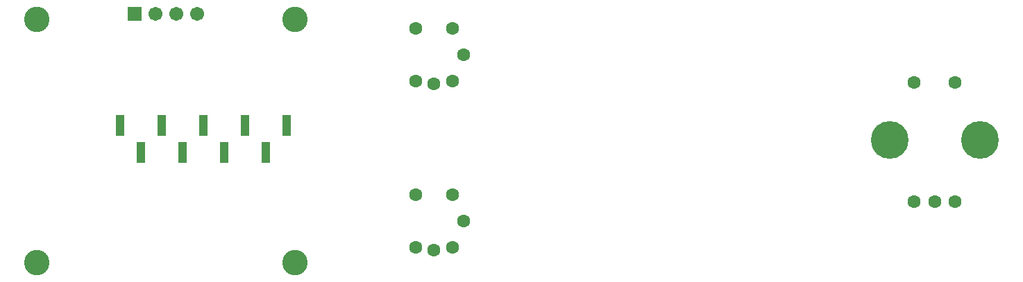
<source format=gbr>
%TF.GenerationSoftware,KiCad,Pcbnew,(5.1.6)-1*%
%TF.CreationDate,2025-04-19T10:29:00-04:00*%
%TF.ProjectId,mt32-pi-bay,6d743332-2d70-4692-9d62-61792e6b6963,rev?*%
%TF.SameCoordinates,Original*%
%TF.FileFunction,Soldermask,Bot*%
%TF.FilePolarity,Negative*%
%FSLAX46Y46*%
G04 Gerber Fmt 4.6, Leading zero omitted, Abs format (unit mm)*
G04 Created by KiCad (PCBNEW (5.1.6)-1) date 2025-04-19 10:29:00*
%MOMM*%
%LPD*%
G01*
G04 APERTURE LIST*
%ADD10C,3.100000*%
%ADD11C,1.712000*%
%ADD12R,1.712000X1.712000*%
%ADD13C,1.600000*%
%ADD14C,4.603000*%
%ADD15R,1.100000X2.610000*%
G04 APERTURE END LIST*
D10*
%TO.C,DS1*%
X121922000Y-107877500D03*
X90422000Y-107877500D03*
X90422000Y-78177500D03*
X121922000Y-78177500D03*
D11*
X109982000Y-77477500D03*
X107442000Y-77477500D03*
X104902000Y-77477500D03*
D12*
X102362000Y-77477500D03*
%TD*%
D13*
%TO.C,IC1*%
X197421500Y-100393500D03*
X202421500Y-100393500D03*
X199921500Y-100393500D03*
X197421500Y-85893500D03*
X202421500Y-85893500D03*
D14*
X194421500Y-92893500D03*
X205421500Y-92893500D03*
%TD*%
D15*
%TO.C,J1*%
X118364000Y-94428500D03*
X113284000Y-94428500D03*
X108204000Y-94428500D03*
X103124000Y-94428500D03*
X120904000Y-91118500D03*
X115824000Y-91118500D03*
X110744000Y-91118500D03*
X105664000Y-91118500D03*
X100584000Y-91118500D03*
%TD*%
D13*
%TO.C,S1*%
X136588500Y-85725000D03*
X136588500Y-79225000D03*
X141088500Y-85725000D03*
X141088500Y-79225000D03*
X142438500Y-82475000D03*
X138838500Y-86075000D03*
%TD*%
%TO.C,S2*%
X138838500Y-106395000D03*
X142438500Y-102795000D03*
X141088500Y-99545000D03*
X141088500Y-106045000D03*
X136588500Y-99545000D03*
X136588500Y-106045000D03*
%TD*%
M02*

</source>
